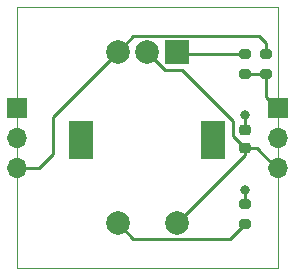
<source format=gbr>
G04 #@! TF.GenerationSoftware,KiCad,Pcbnew,(5.99.0-11522-g728b160719)*
G04 #@! TF.CreationDate,2021-08-06T10:01:23+10:00*
G04 #@! TF.ProjectId,Rotary Encoder,526f7461-7279-4204-956e-636f6465722e,rev?*
G04 #@! TF.SameCoordinates,Original*
G04 #@! TF.FileFunction,Copper,L1,Top*
G04 #@! TF.FilePolarity,Positive*
%FSLAX46Y46*%
G04 Gerber Fmt 4.6, Leading zero omitted, Abs format (unit mm)*
G04 Created by KiCad (PCBNEW (5.99.0-11522-g728b160719)) date 2021-08-06 10:01:23*
%MOMM*%
%LPD*%
G01*
G04 APERTURE LIST*
G04 Aperture macros list*
%AMRoundRect*
0 Rectangle with rounded corners*
0 $1 Rounding radius*
0 $2 $3 $4 $5 $6 $7 $8 $9 X,Y pos of 4 corners*
0 Add a 4 corners polygon primitive as box body*
4,1,4,$2,$3,$4,$5,$6,$7,$8,$9,$2,$3,0*
0 Add four circle primitives for the rounded corners*
1,1,$1+$1,$2,$3*
1,1,$1+$1,$4,$5*
1,1,$1+$1,$6,$7*
1,1,$1+$1,$8,$9*
0 Add four rect primitives between the rounded corners*
20,1,$1+$1,$2,$3,$4,$5,0*
20,1,$1+$1,$4,$5,$6,$7,0*
20,1,$1+$1,$6,$7,$8,$9,0*
20,1,$1+$1,$8,$9,$2,$3,0*%
G04 Aperture macros list end*
G04 #@! TA.AperFunction,Profile*
%ADD10C,0.100000*%
G04 #@! TD*
G04 #@! TA.AperFunction,ComponentPad*
%ADD11R,2.000000X2.000000*%
G04 #@! TD*
G04 #@! TA.AperFunction,ComponentPad*
%ADD12C,2.000000*%
G04 #@! TD*
G04 #@! TA.AperFunction,ComponentPad*
%ADD13R,2.000000X3.200000*%
G04 #@! TD*
G04 #@! TA.AperFunction,ComponentPad*
%ADD14R,1.700000X1.700000*%
G04 #@! TD*
G04 #@! TA.AperFunction,ComponentPad*
%ADD15O,1.700000X1.700000*%
G04 #@! TD*
G04 #@! TA.AperFunction,SMDPad,CuDef*
%ADD16RoundRect,0.200000X-0.275000X0.200000X-0.275000X-0.200000X0.275000X-0.200000X0.275000X0.200000X0*%
G04 #@! TD*
G04 #@! TA.AperFunction,SMDPad,CuDef*
%ADD17RoundRect,0.200000X0.275000X-0.200000X0.275000X0.200000X-0.275000X0.200000X-0.275000X-0.200000X0*%
G04 #@! TD*
G04 #@! TA.AperFunction,SMDPad,CuDef*
%ADD18RoundRect,0.225000X-0.250000X0.225000X-0.250000X-0.225000X0.250000X-0.225000X0.250000X0.225000X0*%
G04 #@! TD*
G04 #@! TA.AperFunction,ViaPad*
%ADD19C,0.800000*%
G04 #@! TD*
G04 #@! TA.AperFunction,Conductor*
%ADD20C,0.250000*%
G04 #@! TD*
G04 APERTURE END LIST*
D10*
X86868000Y-54356000D02*
X108966000Y-54356000D01*
X108966000Y-54356000D02*
X108966000Y-76454000D01*
X108966000Y-76454000D02*
X86868000Y-76454000D01*
X86868000Y-76454000D02*
X86868000Y-54356000D01*
D11*
G04 #@! TO.P,SW1,A,A*
G04 #@! TO.N,/A*
X100417000Y-58155000D03*
D12*
G04 #@! TO.P,SW1,B,B*
G04 #@! TO.N,/B*
X95417000Y-58155000D03*
G04 #@! TO.P,SW1,C,C*
G04 #@! TO.N,GND*
X97917000Y-58155000D03*
D13*
G04 #@! TO.P,SW1,MP*
G04 #@! TO.N,N/C*
X103517000Y-65655000D03*
X92317000Y-65655000D03*
D12*
G04 #@! TO.P,SW1,S1,S1*
G04 #@! TO.N,/SW*
X95417000Y-72655000D03*
G04 #@! TO.P,SW1,S2,S2*
G04 #@! TO.N,GND*
X100417000Y-72655000D03*
G04 #@! TD*
D14*
G04 #@! TO.P,J1,1,Pin_1*
G04 #@! TO.N,+3V3*
X108991000Y-62880000D03*
D15*
G04 #@! TO.P,J1,2,Pin_2*
G04 #@! TO.N,unconnected-(J1-Pad2)*
X108991000Y-65420000D03*
G04 #@! TO.P,J1,3,Pin_3*
G04 #@! TO.N,GND*
X108991000Y-67960000D03*
G04 #@! TD*
D16*
G04 #@! TO.P,R2,1*
G04 #@! TO.N,/A*
X106172000Y-58357000D03*
G04 #@! TO.P,R2,2*
G04 #@! TO.N,+3V3*
X106172000Y-60007000D03*
G04 #@! TD*
D17*
G04 #@! TO.P,R3,1*
G04 #@! TO.N,/SW*
X106172000Y-72707000D03*
G04 #@! TO.P,R3,2*
G04 #@! TO.N,+3V3*
X106172000Y-71057000D03*
G04 #@! TD*
D16*
G04 #@! TO.P,R1,1*
G04 #@! TO.N,/B*
X107950000Y-58357000D03*
G04 #@! TO.P,R1,2*
G04 #@! TO.N,+3V3*
X107950000Y-60007000D03*
G04 #@! TD*
D18*
G04 #@! TO.P,C1,1*
G04 #@! TO.N,+3V3*
X106172000Y-64757000D03*
G04 #@! TO.P,C1,2*
G04 #@! TO.N,GND*
X106172000Y-66307000D03*
G04 #@! TD*
D14*
G04 #@! TO.P,J2,1,Pin_1*
G04 #@! TO.N,/A*
X86893000Y-62880000D03*
D15*
G04 #@! TO.P,J2,2,Pin_2*
G04 #@! TO.N,/SW*
X86893000Y-65420000D03*
G04 #@! TO.P,J2,3,Pin_3*
G04 #@! TO.N,/B*
X86893000Y-67960000D03*
G04 #@! TD*
D19*
G04 #@! TO.N,+3V3*
X106172000Y-63500000D03*
X106172000Y-69850000D03*
G04 #@! TD*
D20*
G04 #@! TO.N,+3V3*
X107950000Y-60007000D02*
X107950000Y-61989020D01*
X106172000Y-69850000D02*
X106172000Y-71057000D01*
X107950000Y-60007000D02*
X106172000Y-60007000D01*
X107950000Y-61989020D02*
X108840980Y-62880000D01*
X106172000Y-63500000D02*
X106172000Y-64757000D01*
G04 #@! TO.N,GND*
X100838000Y-59690000D02*
X105156000Y-64008000D01*
X106172000Y-66900000D02*
X100417000Y-72655000D01*
X105156000Y-64008000D02*
X105156000Y-65291000D01*
X97917000Y-58155000D02*
X99452000Y-59690000D01*
X99452000Y-59690000D02*
X100838000Y-59690000D01*
X106172000Y-66307000D02*
X106172000Y-66900000D01*
X107187980Y-66307000D02*
X108840980Y-67960000D01*
X105156000Y-65291000D02*
X106172000Y-66307000D01*
X106172000Y-66307000D02*
X107187980Y-66307000D01*
G04 #@! TO.N,/B*
X107376489Y-56830489D02*
X96741511Y-56830489D01*
X107950000Y-58357000D02*
X107950000Y-57404000D01*
X88758000Y-67960000D02*
X86993020Y-67960000D01*
X107950000Y-57404000D02*
X107376489Y-56830489D01*
X89916000Y-63656000D02*
X89916000Y-66802000D01*
X89916000Y-66802000D02*
X88758000Y-67960000D01*
X95417000Y-58155000D02*
X89916000Y-63656000D01*
X96741511Y-56830489D02*
X95417000Y-58155000D01*
G04 #@! TO.N,/A*
X106172000Y-58357000D02*
X100619000Y-58357000D01*
X100619000Y-58357000D02*
X100417000Y-58155000D01*
G04 #@! TO.N,/SW*
X95417000Y-72655000D02*
X96741511Y-73979511D01*
X104899489Y-73979511D02*
X106172000Y-72707000D01*
X96741511Y-73979511D02*
X104899489Y-73979511D01*
G04 #@! TD*
M02*

</source>
